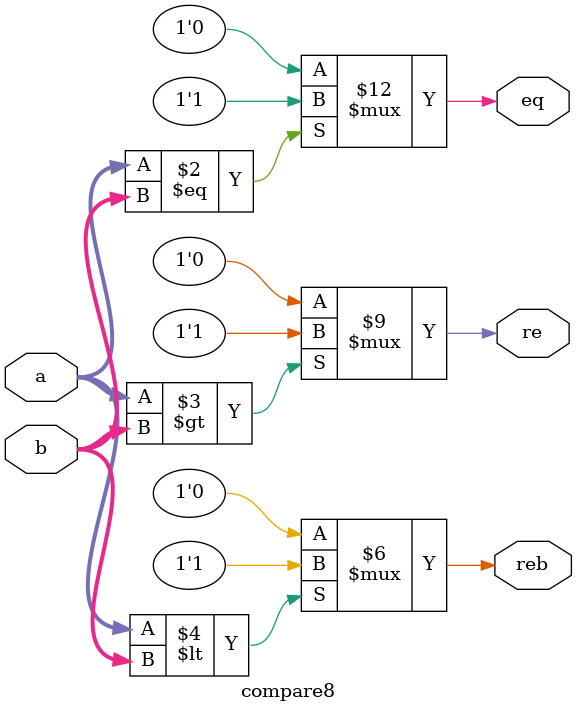
<source format=v>
module compare8(a,b,re,reb,eq);
input[7:0] a,b;
output re,reb,eq;
reg re,reb,eq;

always@(a or b)
begin
    if(a==b)
    begin
        eq=1;
    end
    else
    begin
        eq=0;
    end
    if(a>b)
    begin
        re=1;
    end
    else
    begin
        re=0;
    end
    if(a<b)
    begin
        reb=1;
    end
    else
    begin
        reb=0;
    end
end
endmodule

</source>
